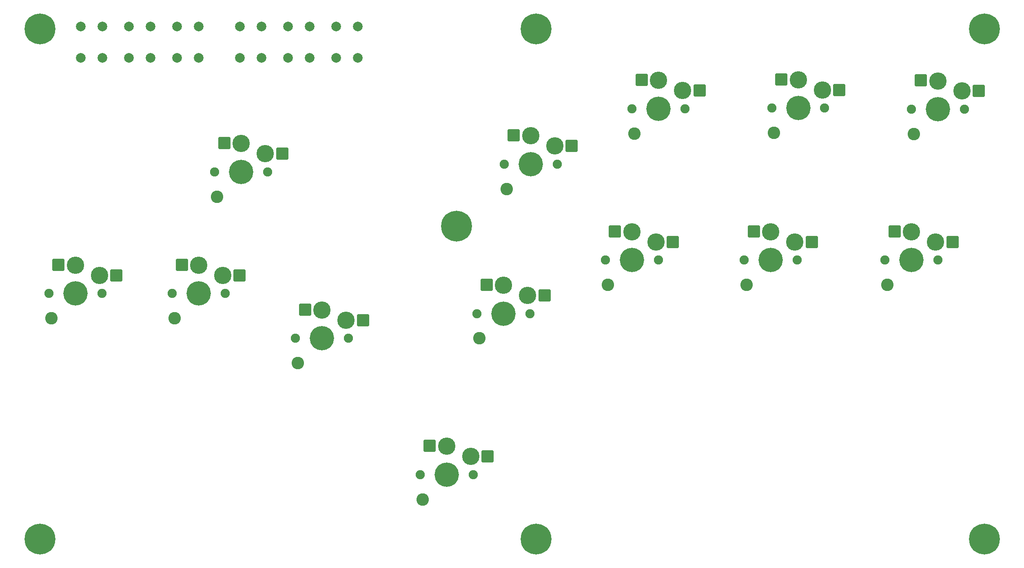
<source format=gbs>
%TF.GenerationSoftware,KiCad,Pcbnew,7.0.1*%
%TF.CreationDate,2023-09-07T11:56:17+03:00*%
%TF.ProjectId,Flatbox-Dual,466c6174-626f-4782-9d44-75616c2e6b69,rev?*%
%TF.SameCoordinates,Original*%
%TF.FileFunction,Soldermask,Bot*%
%TF.FilePolarity,Negative*%
%FSLAX46Y46*%
G04 Gerber Fmt 4.6, Leading zero omitted, Abs format (unit mm)*
G04 Created by KiCad (PCBNEW 7.0.1) date 2023-09-07 11:56:17*
%MOMM*%
%LPD*%
G01*
G04 APERTURE LIST*
G04 Aperture macros list*
%AMRoundRect*
0 Rectangle with rounded corners*
0 $1 Rounding radius*
0 $2 $3 $4 $5 $6 $7 $8 $9 X,Y pos of 4 corners*
0 Add a 4 corners polygon primitive as box body*
4,1,4,$2,$3,$4,$5,$6,$7,$8,$9,$2,$3,0*
0 Add four circle primitives for the rounded corners*
1,1,$1+$1,$2,$3*
1,1,$1+$1,$4,$5*
1,1,$1+$1,$6,$7*
1,1,$1+$1,$8,$9*
0 Add four rect primitives between the rounded corners*
20,1,$1+$1,$2,$3,$4,$5,0*
20,1,$1+$1,$4,$5,$6,$7,0*
20,1,$1+$1,$6,$7,$8,$9,0*
20,1,$1+$1,$8,$9,$2,$3,0*%
G04 Aperture macros list end*
%ADD10C,1.900000*%
%ADD11C,2.600000*%
%ADD12RoundRect,0.250000X-1.025000X-1.000000X1.025000X-1.000000X1.025000X1.000000X-1.025000X1.000000X0*%
%ADD13C,5.050000*%
%ADD14C,3.600000*%
%ADD15C,6.400000*%
%ADD16C,2.000000*%
G04 APERTURE END LIST*
D10*
X74465350Y-91983150D03*
D11*
X74965350Y-97133150D03*
D12*
X76465350Y-85983150D03*
D13*
X79965350Y-91983150D03*
D10*
X85465350Y-91983150D03*
D12*
X88465350Y-88183150D03*
D14*
X79965350Y-86083150D03*
X84965350Y-88183150D03*
D10*
X100051488Y-101293070D03*
D11*
X100551488Y-106443070D03*
D12*
X102051488Y-95293070D03*
D13*
X105551488Y-101293070D03*
D10*
X111051488Y-101293070D03*
D12*
X114051488Y-97493070D03*
D14*
X105551488Y-95393070D03*
X110551488Y-97493070D03*
D10*
X125920000Y-129620000D03*
D11*
X126420000Y-134770000D03*
D12*
X127920000Y-123620000D03*
D13*
X131420000Y-129620000D03*
D10*
X136920000Y-129620000D03*
D12*
X139920000Y-125820000D03*
D14*
X131420000Y-123720000D03*
X136420000Y-125820000D03*
D10*
X143360000Y-65110000D03*
D11*
X143860000Y-70260000D03*
D12*
X145360000Y-59110000D03*
D13*
X148860000Y-65110000D03*
D10*
X154360000Y-65110000D03*
D12*
X157360000Y-61310000D03*
D14*
X148860000Y-59210000D03*
X153860000Y-61310000D03*
D10*
X169920000Y-53580000D03*
D11*
X170420000Y-58730000D03*
D12*
X171920000Y-47580000D03*
D13*
X175420000Y-53580000D03*
D10*
X180920000Y-53580000D03*
D12*
X183920000Y-49780000D03*
D14*
X175420000Y-47680000D03*
X180420000Y-49780000D03*
D10*
X198890000Y-53460000D03*
D11*
X199390000Y-58610000D03*
D12*
X200890000Y-47460000D03*
D13*
X204390000Y-53460000D03*
D10*
X209890000Y-53460000D03*
D12*
X212890000Y-49660000D03*
D14*
X204390000Y-47560000D03*
X209390000Y-49660000D03*
D10*
X227860000Y-53700000D03*
D11*
X228360000Y-58850000D03*
D12*
X229860000Y-47700000D03*
D13*
X233360000Y-53700000D03*
D10*
X238860000Y-53700000D03*
D12*
X241860000Y-49900000D03*
D14*
X233360000Y-47800000D03*
X238360000Y-49900000D03*
D10*
X137750000Y-96150000D03*
D11*
X138250000Y-101300000D03*
D12*
X139750000Y-90150000D03*
D13*
X143250000Y-96150000D03*
D10*
X148750000Y-96150000D03*
D12*
X151750000Y-92350000D03*
D14*
X143250000Y-90250000D03*
X148250000Y-92350000D03*
D10*
X164360000Y-85040000D03*
D11*
X164860000Y-90190000D03*
D12*
X166360000Y-79040000D03*
D13*
X169860000Y-85040000D03*
D10*
X175360000Y-85040000D03*
D12*
X178360000Y-81240000D03*
D14*
X169860000Y-79140000D03*
X174860000Y-81240000D03*
D10*
X193210000Y-85040000D03*
D11*
X193710000Y-90190000D03*
D12*
X195210000Y-79040000D03*
D13*
X198710000Y-85040000D03*
D10*
X204210000Y-85040000D03*
D12*
X207210000Y-81240000D03*
D14*
X198710000Y-79140000D03*
X203710000Y-81240000D03*
D10*
X222420000Y-85040000D03*
D11*
X222920000Y-90190000D03*
D12*
X224420000Y-79040000D03*
D13*
X227920000Y-85040000D03*
D10*
X233420000Y-85040000D03*
D12*
X236420000Y-81240000D03*
D14*
X227920000Y-79140000D03*
X232920000Y-81240000D03*
D15*
X47000000Y-37000000D03*
X47000000Y-143000000D03*
X243000000Y-143000000D03*
X243000000Y-37000000D03*
D10*
X48885121Y-91983150D03*
D11*
X49385121Y-97133150D03*
D12*
X50885121Y-85983150D03*
D13*
X54385121Y-91983150D03*
D10*
X59885121Y-91983150D03*
D12*
X62885121Y-88183150D03*
D14*
X54385121Y-86083150D03*
X59385121Y-88183150D03*
D15*
X150000000Y-37000000D03*
D16*
X88500000Y-43000000D03*
X88500000Y-36500000D03*
X93000000Y-43000000D03*
X93000000Y-36500000D03*
X65500000Y-43000000D03*
X65500000Y-36500000D03*
X70000000Y-43000000D03*
X70000000Y-36500000D03*
X98500000Y-43000000D03*
X98500000Y-36500000D03*
X103000000Y-43000000D03*
X103000000Y-36500000D03*
X55500000Y-43000000D03*
X55500000Y-36500000D03*
X60000000Y-43000000D03*
X60000000Y-36500000D03*
X75500000Y-43000000D03*
X75500000Y-36500000D03*
X80000000Y-43000000D03*
X80000000Y-36500000D03*
X108500000Y-43000000D03*
X108500000Y-36500000D03*
X113000000Y-43000000D03*
X113000000Y-36500000D03*
D15*
X133500000Y-78000000D03*
X150000000Y-143000000D03*
D10*
X83311691Y-66698889D03*
D11*
X83811691Y-71848889D03*
D12*
X85311691Y-60698889D03*
D13*
X88811691Y-66698889D03*
D10*
X94311691Y-66698889D03*
D12*
X97311691Y-62898889D03*
D14*
X88811691Y-60798889D03*
X93811691Y-62898889D03*
M02*

</source>
